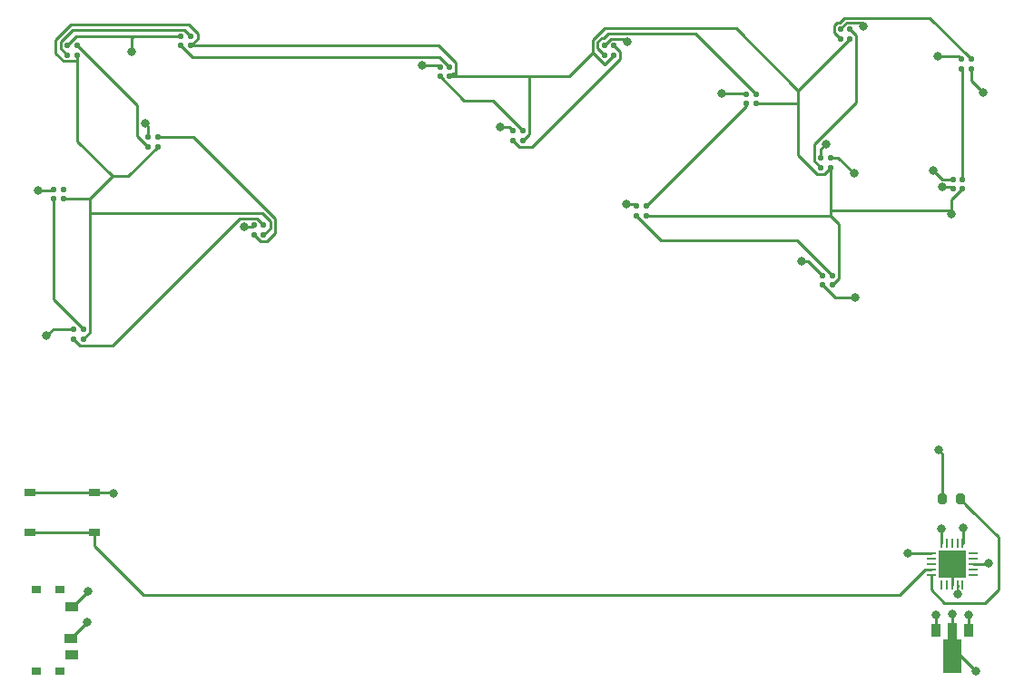
<source format=gtl>
%TF.GenerationSoftware,KiCad,Pcbnew,9.0.7-9.0.7~ubuntu24.04.1*%
%TF.CreationDate,2026-02-10T19:55:17+01:00*%
%TF.ProjectId,RamadanCard,52616d61-6461-46e4-9361-72642e6b6963,rev?*%
%TF.SameCoordinates,Original*%
%TF.FileFunction,Copper,L1,Top*%
%TF.FilePolarity,Positive*%
%FSLAX46Y46*%
G04 Gerber Fmt 4.6, Leading zero omitted, Abs format (unit mm)*
G04 Created by KiCad (PCBNEW 9.0.7-9.0.7~ubuntu24.04.1) date 2026-02-10 19:55:17*
%MOMM*%
%LPD*%
G01*
G04 APERTURE LIST*
G04 Aperture macros list*
%AMRoundRect*
0 Rectangle with rounded corners*
0 $1 Rounding radius*
0 $2 $3 $4 $5 $6 $7 $8 $9 X,Y pos of 4 corners*
0 Add a 4 corners polygon primitive as box body*
4,1,4,$2,$3,$4,$5,$6,$7,$8,$9,$2,$3,0*
0 Add four circle primitives for the rounded corners*
1,1,$1+$1,$2,$3*
1,1,$1+$1,$4,$5*
1,1,$1+$1,$6,$7*
1,1,$1+$1,$8,$9*
0 Add four rect primitives between the rounded corners*
20,1,$1+$1,$2,$3,$4,$5,0*
20,1,$1+$1,$4,$5,$6,$7,0*
20,1,$1+$1,$6,$7,$8,$9,0*
20,1,$1+$1,$8,$9,$2,$3,0*%
%AMFreePoly0*
4,1,9,3.862500,-0.866500,0.737500,-0.866500,0.737500,-0.450000,-0.737500,-0.450000,-0.737500,0.450000,0.737500,0.450000,0.737500,0.866500,3.862500,0.866500,3.862500,-0.866500,3.862500,-0.866500,$1*%
G04 Aperture macros list end*
%TA.AperFunction,SMDPad,CuDef*%
%ADD10RoundRect,0.125000X0.125000X-0.125000X0.125000X0.125000X-0.125000X0.125000X-0.125000X-0.125000X0*%
%TD*%
%TA.AperFunction,SMDPad,CuDef*%
%ADD11RoundRect,0.200000X0.200000X0.275000X-0.200000X0.275000X-0.200000X-0.275000X0.200000X-0.275000X0*%
%TD*%
%TA.AperFunction,SMDPad,CuDef*%
%ADD12R,0.900000X1.300000*%
%TD*%
%TA.AperFunction,SMDPad,CuDef*%
%ADD13FreePoly0,270.000000*%
%TD*%
%TA.AperFunction,SMDPad,CuDef*%
%ADD14R,1.200000X0.900000*%
%TD*%
%TA.AperFunction,SMDPad,CuDef*%
%ADD15R,0.900000X0.800000*%
%TD*%
%TA.AperFunction,SMDPad,CuDef*%
%ADD16RoundRect,0.062500X-0.350000X-0.062500X0.350000X-0.062500X0.350000X0.062500X-0.350000X0.062500X0*%
%TD*%
%TA.AperFunction,SMDPad,CuDef*%
%ADD17RoundRect,0.062500X-0.062500X-0.350000X0.062500X-0.350000X0.062500X0.350000X-0.062500X0.350000X0*%
%TD*%
%TA.AperFunction,ComponentPad*%
%ADD18C,0.500000*%
%TD*%
%TA.AperFunction,SMDPad,CuDef*%
%ADD19R,2.500000X2.500000*%
%TD*%
%TA.AperFunction,SMDPad,CuDef*%
%ADD20R,1.000000X0.750000*%
%TD*%
%TA.AperFunction,ViaPad*%
%ADD21C,0.800000*%
%TD*%
%TA.AperFunction,Conductor*%
%ADD22C,0.250000*%
%TD*%
G04 APERTURE END LIST*
D10*
%TO.P,D2,1,DIN*%
%TO.N,Net-(D1-DOUT)*%
X164404300Y-77710200D03*
%TO.P,D2,2,VDD*%
%TO.N,+6V*%
X165304300Y-77710200D03*
%TO.P,D2,3,DOUT*%
%TO.N,Net-(D2-DOUT)*%
X165304300Y-76810200D03*
%TO.P,D2,4,GND*%
%TO.N,GND*%
X164404300Y-76810200D03*
%TD*%
%TO.P,D7,1,DIN*%
%TO.N,Net-(D6-DOUT)*%
X144345500Y-80967300D03*
%TO.P,D7,2,VDD*%
%TO.N,+6V*%
X145245500Y-80967300D03*
%TO.P,D7,3,DOUT*%
%TO.N,Net-(D7-DOUT)*%
X145245500Y-80067300D03*
%TO.P,D7,4,GND*%
%TO.N,GND*%
X144345500Y-80067300D03*
%TD*%
%TO.P,D6,1,DIN*%
%TO.N,Net-(D5-DOUT)*%
X134100000Y-91400000D03*
%TO.P,D6,2,VDD*%
%TO.N,+6V*%
X135000000Y-91400000D03*
%TO.P,D6,3,DOUT*%
%TO.N,Net-(D6-DOUT)*%
X135000000Y-90500000D03*
%TO.P,D6,4,GND*%
%TO.N,GND*%
X134100000Y-90500000D03*
%TD*%
D11*
%TO.P,R1,1*%
%TO.N,Net-(U1-AREF{slash}PA0)*%
X164269700Y-117873200D03*
%TO.P,R1,2*%
%TO.N,Net-(D1-DIN)*%
X162619700Y-117873200D03*
%TD*%
D12*
%TO.P,U2,1,OUT*%
%TO.N,+6V*%
X165054200Y-130104500D03*
D13*
%TO.P,U2,2,GND*%
%TO.N,GND*%
X163554200Y-130192000D03*
D12*
%TO.P,U2,3,IN*%
%TO.N,Net-(U2-IN)*%
X162054200Y-130104500D03*
%TD*%
D14*
%TO.P,J1,1,NO*%
%TO.N,GND*%
X81374600Y-127889300D03*
%TO.P,J1,2,COM*%
%TO.N,Net-(J1-COM)*%
X81357202Y-130844138D03*
%TO.P,J1,3,NC*%
%TO.N,unconnected-(J1-NC-Pad3)*%
X81374600Y-132389300D03*
D15*
%TO.P,J1,MP1,MP1*%
%TO.N,unconnected-(J1-PadMP1)*%
X80324600Y-126339300D03*
%TO.P,J1,MP2,MP2*%
%TO.N,unconnected-(J1-PadMP2)*%
X80324600Y-133939300D03*
%TO.P,J1,MP3,MP3*%
%TO.N,unconnected-(J1-PadMP3)*%
X78124600Y-133939300D03*
%TO.P,J1,MP4,MP4*%
%TO.N,unconnected-(J1-PadMP4)*%
X78124600Y-126339300D03*
%TD*%
D10*
%TO.P,D11,1,DIN*%
%TO.N,Net-(D10-DOUT)*%
X91611500Y-75541000D03*
%TO.P,D11,2,VDD*%
%TO.N,+6V*%
X92511500Y-75541000D03*
%TO.P,D11,3,DOUT*%
%TO.N,Net-(D11-DOUT)*%
X92511500Y-74641000D03*
%TO.P,D11,4,GND*%
%TO.N,GND*%
X91611500Y-74641000D03*
%TD*%
%TO.P,D16,1,DIN*%
%TO.N,Net-(D15-DOUT)*%
X79710800Y-89835500D03*
%TO.P,D16,2,VDD*%
%TO.N,+6V*%
X80610800Y-89835500D03*
%TO.P,D16,3,DOUT*%
%TO.N,unconnected-(D16-DOUT-Pad3)*%
X80610800Y-88935500D03*
%TO.P,D16,4,GND*%
%TO.N,GND*%
X79710800Y-88935500D03*
%TD*%
%TO.P,D10,1,DIN*%
%TO.N,Net-(D10-DIN)*%
X115749900Y-78412400D03*
%TO.P,D10,2,VDD*%
%TO.N,+6V*%
X116649900Y-78412400D03*
%TO.P,D10,3,DOUT*%
%TO.N,Net-(D10-DOUT)*%
X116649900Y-77512400D03*
%TO.P,D10,4,GND*%
%TO.N,GND*%
X115749900Y-77512400D03*
%TD*%
%TO.P,D15,1,DIN*%
%TO.N,Net-(D14-DOUT)*%
X81600000Y-102900000D03*
%TO.P,D15,2,VDD*%
%TO.N,+6V*%
X82500000Y-102900000D03*
%TO.P,D15,3,DOUT*%
%TO.N,Net-(D15-DOUT)*%
X82500000Y-102000000D03*
%TO.P,D15,4,GND*%
%TO.N,GND*%
X81600000Y-102000000D03*
%TD*%
%TO.P,D8,1,DIN*%
%TO.N,Net-(D7-DOUT)*%
X131100000Y-76400000D03*
%TO.P,D8,2,VDD*%
%TO.N,+6V*%
X132000000Y-76400000D03*
%TO.P,D8,3,DOUT*%
%TO.N,Net-(D8-DOUT)*%
X132000000Y-75500000D03*
%TO.P,D8,4,GND*%
%TO.N,GND*%
X131100000Y-75500000D03*
%TD*%
D16*
%TO.P,U1,1,PA4*%
%TO.N,Net-(U1-PA4)*%
X161572900Y-122922700D03*
%TO.P,U1,2,PA3*%
%TO.N,unconnected-(U1-PA3-Pad2)*%
X161572900Y-123422700D03*
%TO.P,U1,3,PA2*%
%TO.N,unconnected-(U1-PA2-Pad3)*%
X161572900Y-123922700D03*
%TO.P,U1,4,PA1*%
%TO.N,Net-(S1-NO_1)*%
X161572900Y-124422700D03*
%TO.P,U1,5,AREF/PA0*%
%TO.N,Net-(U1-AREF{slash}PA0)*%
X161572900Y-124922700D03*
D17*
%TO.P,U1,6,NC*%
%TO.N,unconnected-(U1-NC-Pad6)*%
X162510400Y-125860200D03*
%TO.P,U1,7,NC*%
%TO.N,unconnected-(U1-NC-Pad7)*%
X163010400Y-125860200D03*
%TO.P,U1,8,GND*%
%TO.N,GND*%
X163510400Y-125860200D03*
%TO.P,U1,9,VCC*%
%TO.N,+6V*%
X164010400Y-125860200D03*
%TO.P,U1,10,NC*%
%TO.N,unconnected-(U1-NC-Pad10)*%
X164510400Y-125860200D03*
D16*
%TO.P,U1,11,XTAL1/PB0*%
%TO.N,unconnected-(U1-XTAL1{slash}PB0-Pad11)*%
X165447900Y-124922700D03*
%TO.P,U1,12,XTAL2/PB1*%
%TO.N,unconnected-(U1-XTAL2{slash}PB1-Pad12)*%
X165447900Y-124422700D03*
%TO.P,U1,13,~{RESET}/PB3*%
%TO.N,Net-(U1-~{RESET}{slash}PB3)*%
X165447900Y-123922700D03*
%TO.P,U1,14,PB2*%
%TO.N,unconnected-(U1-PB2-Pad14)*%
X165447900Y-123422700D03*
%TO.P,U1,15,PA7*%
%TO.N,unconnected-(U1-PA7-Pad15)*%
X165447900Y-122922700D03*
D17*
%TO.P,U1,16,PA6*%
%TO.N,Net-(U1-PA6)*%
X164510400Y-121985200D03*
%TO.P,U1,17,NC*%
%TO.N,unconnected-(U1-NC-Pad17)*%
X164010400Y-121985200D03*
%TO.P,U1,18,NC*%
%TO.N,unconnected-(U1-NC-Pad18)*%
X163510400Y-121985200D03*
%TO.P,U1,19,NC*%
%TO.N,unconnected-(U1-NC-Pad19)*%
X163010400Y-121985200D03*
%TO.P,U1,20,PA5*%
%TO.N,Net-(U1-PA5)*%
X162510400Y-121985200D03*
D18*
%TO.P,U1,21,GND*%
%TO.N,GND*%
X162510400Y-122922700D03*
X162510400Y-124922700D03*
D19*
X163510400Y-123922700D03*
D18*
X164510400Y-122922700D03*
X164510400Y-124922700D03*
%TD*%
D10*
%TO.P,D4,1,DIN*%
%TO.N,Net-(D3-DOUT)*%
X151305000Y-86926000D03*
%TO.P,D4,2,VDD*%
%TO.N,+6V*%
X152205000Y-86926000D03*
%TO.P,D4,3,DOUT*%
%TO.N,Net-(D4-DOUT)*%
X152205000Y-86026000D03*
%TO.P,D4,4,GND*%
%TO.N,GND*%
X151305000Y-86026000D03*
%TD*%
%TO.P,D12,1,DIN*%
%TO.N,Net-(D11-DOUT)*%
X81000000Y-76400000D03*
%TO.P,D12,2,VDD*%
%TO.N,+6V*%
X81900000Y-76400000D03*
%TO.P,D12,3,DOUT*%
%TO.N,Net-(D12-DOUT)*%
X81900000Y-75500000D03*
%TO.P,D12,4,GND*%
%TO.N,GND*%
X81000000Y-75500000D03*
%TD*%
%TO.P,D3,1,DIN*%
%TO.N,Net-(D2-DOUT)*%
X153100000Y-74900000D03*
%TO.P,D3,2,VDD*%
%TO.N,+6V*%
X154000000Y-74900000D03*
%TO.P,D3,3,DOUT*%
%TO.N,Net-(D3-DOUT)*%
X154000000Y-74000000D03*
%TO.P,D3,4,GND*%
%TO.N,GND*%
X153100000Y-74000000D03*
%TD*%
%TO.P,D9,1,DIN*%
%TO.N,Net-(D8-DOUT)*%
X122600000Y-84400000D03*
%TO.P,D9,2,VDD*%
%TO.N,+6V*%
X123500000Y-84400000D03*
%TO.P,D9,3,DOUT*%
%TO.N,Net-(D10-DIN)*%
X123500000Y-83500000D03*
%TO.P,D9,4,GND*%
%TO.N,GND*%
X122600000Y-83500000D03*
%TD*%
%TO.P,D5,1,DIN*%
%TO.N,Net-(D4-DOUT)*%
X151428400Y-97882700D03*
%TO.P,D5,2,VDD*%
%TO.N,+6V*%
X152328400Y-97882700D03*
%TO.P,D5,3,DOUT*%
%TO.N,Net-(D5-DOUT)*%
X152328400Y-96982700D03*
%TO.P,D5,4,GND*%
%TO.N,GND*%
X151428400Y-96982700D03*
%TD*%
D20*
%TO.P,S1,A1,COM_1*%
%TO.N,GND*%
X77499400Y-117249300D03*
%TO.P,S1,B1,COM_2*%
X83499400Y-117249300D03*
%TO.P,S1,C1,NO_1*%
%TO.N,Net-(S1-NO_1)*%
X77499400Y-120999300D03*
%TO.P,S1,D1,NO_2*%
X83499400Y-120999300D03*
%TD*%
D10*
%TO.P,D1,1,DIN*%
%TO.N,Net-(D1-DIN)*%
X163600000Y-88900000D03*
%TO.P,D1,2,VDD*%
%TO.N,+6V*%
X164500000Y-88900000D03*
%TO.P,D1,3,DOUT*%
%TO.N,Net-(D1-DOUT)*%
X164500000Y-88000000D03*
%TO.P,D1,4,GND*%
%TO.N,GND*%
X163600000Y-88000000D03*
%TD*%
%TO.P,D14,1,DIN*%
%TO.N,Net-(D13-DOUT)*%
X98420600Y-93179000D03*
%TO.P,D14,2,VDD*%
%TO.N,+6V*%
X99320600Y-93179000D03*
%TO.P,D14,3,DOUT*%
%TO.N,Net-(D14-DOUT)*%
X99320600Y-92279000D03*
%TO.P,D14,4,GND*%
%TO.N,GND*%
X98420600Y-92279000D03*
%TD*%
%TO.P,D13,1,DIN*%
%TO.N,Net-(D12-DOUT)*%
X88541100Y-84992600D03*
%TO.P,D13,2,VDD*%
%TO.N,+6V*%
X89441100Y-84992600D03*
%TO.P,D13,3,DOUT*%
%TO.N,Net-(D13-DOUT)*%
X89441100Y-84092600D03*
%TO.P,D13,4,GND*%
%TO.N,GND*%
X88541100Y-84092600D03*
%TD*%
D21*
%TO.N,Net-(D4-DOUT)*%
X154487000Y-99087600D03*
X154362000Y-87490100D03*
%TO.N,Net-(U1-PA5)*%
X162536000Y-120611000D03*
%TO.N,Net-(J1-COM)*%
X82883300Y-129357000D03*
%TO.N,Net-(U2-IN)*%
X162017000Y-128664000D03*
%TO.N,Net-(D1-DIN)*%
X162249000Y-113300000D03*
X162604000Y-88754400D03*
%TO.N,Net-(U1-PA6)*%
X164582000Y-120536000D03*
%TO.N,Net-(U1-~{RESET}{slash}PB3)*%
X166907000Y-123864000D03*
%TO.N,Net-(U1-PA4)*%
X159384000Y-122891000D03*
%TO.N,+6V*%
X163459000Y-91277500D03*
X165069000Y-128703000D03*
X164013000Y-126753000D03*
X166387000Y-79915300D03*
%TO.N,GND*%
X165777000Y-133930000D03*
X82907000Y-126515000D03*
X163536000Y-128638000D03*
X85318700Y-117297000D03*
X161789000Y-87222300D03*
X162191000Y-76524900D03*
X97517100Y-92473100D03*
X78261500Y-89071200D03*
X79042800Y-102640000D03*
X142055000Y-79976700D03*
X133178000Y-90329400D03*
X151741000Y-84720200D03*
X133251000Y-75161400D03*
X121398000Y-83131700D03*
X88292900Y-82825500D03*
X149487000Y-95656600D03*
X114102000Y-77358200D03*
X155260000Y-73703700D03*
X86963400Y-76127900D03*
%TD*%
D22*
%TO.N,Net-(D15-DOUT)*%
X79710800Y-99210800D02*
X82500000Y-102000000D01*
X79710800Y-89835500D02*
X79710800Y-99210800D01*
%TO.N,Net-(D14-DOUT)*%
X99141800Y-92100200D02*
X99320600Y-92279000D01*
X99131200Y-92100200D02*
X99141800Y-92100200D01*
X99131200Y-92100100D02*
X99131200Y-92100200D01*
X98681100Y-91650000D02*
X99131200Y-92100100D01*
X97086400Y-91650000D02*
X98681100Y-91650000D01*
X85230700Y-103506000D02*
X97086400Y-91650000D01*
X82205700Y-103506000D02*
X85230700Y-103506000D01*
X81600000Y-102900000D02*
X82205700Y-103506000D01*
%TO.N,Net-(D13-DOUT)*%
X99005000Y-93763400D02*
X98420600Y-93179000D01*
X99636500Y-93763400D02*
X99005000Y-93763400D01*
X100396000Y-93003900D02*
X99636500Y-93763400D01*
X100396000Y-91700700D02*
X100396000Y-93003900D01*
X92787900Y-84092600D02*
X100396000Y-91700700D01*
X89441100Y-84092600D02*
X92787900Y-84092600D01*
%TO.N,Net-(D12-DOUT)*%
X87517300Y-83968800D02*
X88541100Y-84992600D01*
X87517300Y-81117300D02*
X87517300Y-83968800D01*
X81900000Y-75500000D02*
X87517300Y-81117300D01*
%TO.N,Net-(D11-DOUT)*%
X91911800Y-74041300D02*
X92511500Y-74641000D01*
X81531800Y-74041300D02*
X91911800Y-74041300D01*
X80395000Y-75178100D02*
X81531800Y-74041300D01*
X80395000Y-75795000D02*
X80395000Y-75178100D01*
X81000000Y-76400000D02*
X80395000Y-75795000D01*
%TO.N,Net-(D10-DOUT)*%
X115707000Y-76569900D02*
X116649900Y-77512400D01*
X92640400Y-76569900D02*
X115707000Y-76569900D01*
X91611500Y-75541000D02*
X92640400Y-76569900D01*
X116649900Y-77512400D02*
X116650000Y-77512400D01*
%TO.N,Net-(D10-DIN)*%
X118030000Y-80692100D02*
X115750000Y-78412400D01*
X120692000Y-80692100D02*
X118030000Y-80692100D01*
X123500000Y-83500000D02*
X120692000Y-80692100D01*
X115749900Y-78412400D02*
X115750000Y-78412400D01*
%TO.N,Net-(D8-DOUT)*%
X123194000Y-84994300D02*
X122600000Y-84400000D01*
X124359000Y-84994300D02*
X123194000Y-84994300D01*
X132591000Y-76762700D02*
X124359000Y-84994300D01*
X132591000Y-76090700D02*
X132591000Y-76762700D01*
X132000000Y-75500000D02*
X132591000Y-76090700D01*
%TO.N,Net-(D7-DOUT)*%
X130475000Y-75774600D02*
X131100000Y-76400000D01*
X130475000Y-75209800D02*
X130475000Y-75774600D01*
X130828000Y-74856900D02*
X130475000Y-75209800D01*
X131010000Y-74856900D02*
X130828000Y-74856900D01*
X131198000Y-74669800D02*
X131010000Y-74856900D01*
X131198000Y-74669800D02*
X131010000Y-74856900D01*
X139583000Y-74405200D02*
X145246000Y-80067100D01*
X131462000Y-74405200D02*
X139583000Y-74405200D01*
X131198000Y-74669800D02*
X131462000Y-74405200D01*
X145245600Y-80067200D02*
X145245500Y-80067300D01*
X145246000Y-80067200D02*
X145245600Y-80067200D01*
X145246000Y-80067100D02*
X145246000Y-80067200D01*
X145246000Y-80067200D02*
X145246000Y-80067100D01*
%TO.N,Net-(D6-DOUT)*%
X144345500Y-81060400D02*
X144345500Y-80967300D01*
X144346000Y-81060900D02*
X144345500Y-81060400D01*
X144346000Y-81154500D02*
X144346000Y-81060900D01*
X135000000Y-90500000D02*
X144346000Y-81154500D01*
X144346000Y-81060900D02*
X144346000Y-80967300D01*
%TO.N,Net-(D5-DOUT)*%
X136378000Y-93678200D02*
X134100000Y-91400000D01*
X149024000Y-93678200D02*
X136378000Y-93678200D01*
X152054000Y-96708100D02*
X149024000Y-93678200D01*
X152191100Y-96845400D02*
X152328400Y-96982700D01*
X152191000Y-96845400D02*
X152191100Y-96845400D01*
X152191000Y-96845400D02*
X152054000Y-96708100D01*
X152191000Y-96845400D02*
X152054000Y-96708100D01*
%TO.N,Net-(D4-DOUT)*%
X152898000Y-86026000D02*
X152205000Y-86026000D01*
X154362000Y-87490100D02*
X152898000Y-86026000D01*
X151428400Y-97882700D02*
X151428200Y-97882900D01*
X152633000Y-99087600D02*
X151703000Y-98157600D01*
X154487000Y-99087600D02*
X152633000Y-99087600D01*
X151428000Y-97882700D02*
X151428200Y-97882900D01*
X151703000Y-98157300D02*
X151428000Y-97882700D01*
X151703000Y-98157600D02*
X151703000Y-98157300D01*
X151428200Y-97882900D02*
X151703000Y-98157600D01*
%TO.N,Net-(D3-DOUT)*%
X150670000Y-86291500D02*
X151305000Y-86926000D01*
X150670000Y-84763100D02*
X150670000Y-86291500D01*
X154577000Y-80856400D02*
X150670000Y-84763100D01*
X154577000Y-74577200D02*
X154577000Y-80856400D01*
X154000000Y-74000000D02*
X154577000Y-74577200D01*
%TO.N,Net-(D2-DOUT)*%
X153198000Y-73220300D02*
X153010000Y-73407400D01*
X153198000Y-73220300D02*
X153010000Y-73407400D01*
X152505000Y-74304900D02*
X153100000Y-74900000D01*
X152505000Y-73686900D02*
X152505000Y-74304900D01*
X152784000Y-73407400D02*
X152505000Y-73686900D01*
X153010000Y-73407400D02*
X152784000Y-73407400D01*
X165304000Y-76810200D02*
X165029400Y-76535600D01*
X165029700Y-76535600D02*
X165304300Y-76810200D01*
X165029400Y-76535600D02*
X165029700Y-76535600D01*
X153462000Y-72955700D02*
X153198000Y-73220300D01*
X161450000Y-72955700D02*
X153462000Y-72955700D01*
X165029400Y-76535600D02*
X161450000Y-72955700D01*
%TO.N,Net-(D1-DOUT)*%
X164404000Y-77710200D02*
X164404000Y-77710300D01*
X164500000Y-77805900D02*
X164404000Y-77710300D01*
X164500000Y-88000000D02*
X164500000Y-77805900D01*
X164404000Y-77710300D02*
X164404000Y-77710200D01*
X164404300Y-77710200D02*
X164404000Y-77710200D01*
%TO.N,Net-(U1-PA5)*%
X162510000Y-121816000D02*
X162510000Y-121985000D01*
X162510000Y-121816000D02*
X162510000Y-121985000D01*
X162510000Y-121648000D02*
X162510000Y-121816000D01*
X162510000Y-121732000D02*
X162510000Y-121247000D01*
X162510000Y-121310000D02*
X162510000Y-121247000D01*
X162510000Y-120636000D02*
X162536000Y-120611000D01*
X162510000Y-121247000D02*
X162510000Y-120636000D01*
X162510200Y-121985200D02*
X162510000Y-121985000D01*
X162510400Y-121985200D02*
X162510200Y-121985200D01*
%TO.N,Net-(S1-NO_1)*%
X77499400Y-120999300D02*
X77499400Y-120999000D01*
X83499400Y-120999000D02*
X83499400Y-120999300D01*
X77499400Y-120999000D02*
X83499400Y-120999000D01*
X161012000Y-124423000D02*
X161292000Y-124423000D01*
X158597000Y-126838000D02*
X161012000Y-124423000D01*
X88096200Y-126838000D02*
X158597000Y-126838000D01*
X83499400Y-122241000D02*
X88096200Y-126838000D01*
X83499400Y-120999300D02*
X83499400Y-122241000D01*
X161572600Y-124423000D02*
X161572900Y-124422700D01*
X161292000Y-124423000D02*
X161572600Y-124423000D01*
%TO.N,Net-(U1-AREF{slash}PA0)*%
X161573000Y-125630000D02*
X161573000Y-124923000D01*
X161573000Y-125630000D02*
X161573000Y-124923000D01*
X164810000Y-118413500D02*
X164269700Y-117873200D01*
X164810500Y-118413500D02*
X164810000Y-118413500D01*
X164270000Y-117873000D02*
X164810500Y-118413500D01*
X161573000Y-126337000D02*
X161573000Y-125630000D01*
X162811000Y-127575000D02*
X161573000Y-126337000D01*
X166600000Y-127575000D02*
X162811000Y-127575000D01*
X167827000Y-126347000D02*
X166600000Y-127575000D01*
X167827000Y-121431000D02*
X167827000Y-126347000D01*
X165351000Y-118954000D02*
X167827000Y-121431000D01*
X164810500Y-118413500D02*
X165351000Y-118954000D01*
X161573000Y-124922800D02*
X161573000Y-124923000D01*
X161572900Y-124922700D02*
X161573000Y-124922800D01*
%TO.N,Net-(J1-COM)*%
X82851400Y-129389000D02*
X82883300Y-129357000D01*
X82844000Y-129357000D02*
X81357200Y-130844000D01*
X82883300Y-129357000D02*
X82844000Y-129357000D01*
X81357200Y-130844000D02*
X81357200Y-130844100D01*
%TO.N,Net-(U2-IN)*%
X162054200Y-129402700D02*
X162054200Y-130104500D01*
X162054000Y-129402500D02*
X162054200Y-129402700D01*
X162054000Y-130104000D02*
X162054000Y-129402500D01*
X162054000Y-128701000D02*
X162017000Y-128664000D01*
X162054000Y-129402500D02*
X162054000Y-128701000D01*
%TO.N,Net-(D1-DIN)*%
X163454000Y-88754400D02*
X163600000Y-88900000D01*
X162604000Y-88754400D02*
X163454000Y-88754400D01*
X162619700Y-116822800D02*
X162619700Y-117873200D01*
X162620000Y-116822500D02*
X162619700Y-116822800D01*
X162620000Y-117873000D02*
X162620000Y-116822500D01*
X162620000Y-113670000D02*
X162249000Y-113300000D01*
X162620000Y-116822500D02*
X162620000Y-113670000D01*
%TO.N,Net-(U1-PA6)*%
X164536600Y-121959000D02*
X164510400Y-121985200D01*
X164537000Y-121959000D02*
X164536600Y-121959000D01*
X164546000Y-121950000D02*
X164537000Y-121959000D01*
X164546000Y-121949000D02*
X164546000Y-121950000D01*
X164582000Y-121913000D02*
X164546000Y-121949000D01*
X164582000Y-120536000D02*
X164582000Y-121913000D01*
X164537000Y-121959000D02*
X164528000Y-121968000D01*
%TO.N,Net-(U1-~{RESET}{slash}PB3)*%
X166849000Y-123923000D02*
X166148000Y-123923000D01*
X166907000Y-123864000D02*
X166849000Y-123923000D01*
X165448200Y-123923000D02*
X165447900Y-123922700D01*
X165798000Y-123923000D02*
X165448200Y-123923000D01*
X166148000Y-123923000D02*
X165798000Y-123923000D01*
X166148000Y-123923000D02*
X165798000Y-123923000D01*
%TO.N,Net-(U1-PA4)*%
X161542000Y-122891000D02*
X161558000Y-122907000D01*
X159384000Y-122891000D02*
X161542000Y-122891000D01*
X161558000Y-122907000D02*
X161573000Y-122922000D01*
X161573000Y-122923000D02*
X161558000Y-122907000D01*
X161572900Y-122922600D02*
X161572900Y-122922700D01*
X161573000Y-122922500D02*
X161572900Y-122922600D01*
X161573000Y-122922000D02*
X161573000Y-122922500D01*
X161573000Y-122922500D02*
X161573000Y-122923000D01*
X161573000Y-122922000D02*
X161573000Y-122922500D01*
X161573000Y-122922500D02*
X161573000Y-122923000D01*
X161573000Y-122922000D02*
X161573000Y-122922500D01*
X161573000Y-122922500D02*
X161573000Y-122923000D01*
%TO.N,+6V*%
X164010000Y-126750000D02*
X164013000Y-126753000D01*
X164010000Y-126305000D02*
X164010000Y-126750000D01*
X165054000Y-128717000D02*
X165069000Y-128703000D01*
X165054000Y-129410000D02*
X165054000Y-128717000D01*
X83110000Y-89835500D02*
X80610800Y-89835500D01*
X83110000Y-102290000D02*
X83110000Y-91198300D01*
X82500000Y-102900000D02*
X83110000Y-102290000D01*
X124091000Y-83809300D02*
X124091000Y-78412400D01*
X123500000Y-84400000D02*
X124091000Y-83809300D01*
X99205300Y-91198300D02*
X83110000Y-91198300D01*
X99916200Y-91909200D02*
X99205300Y-91198300D01*
X99916200Y-92583400D02*
X99916200Y-91909200D01*
X99320600Y-93179000D02*
X99916200Y-92583400D01*
X83110000Y-91198300D02*
X83110000Y-89835500D01*
X85201200Y-87744300D02*
X83110000Y-89835500D01*
X86689400Y-87744300D02*
X85201200Y-87744300D01*
X89441100Y-84992600D02*
X86689400Y-87744300D01*
X149189000Y-80967300D02*
X145246000Y-80967300D01*
X151628000Y-87503200D02*
X152205000Y-86926000D01*
X150918000Y-87503200D02*
X151628000Y-87503200D01*
X149189000Y-85774700D02*
X150918000Y-87503200D01*
X149189000Y-80967300D02*
X149189000Y-85774700D01*
X135000000Y-91400000D02*
X152205000Y-91400000D01*
X81900000Y-84443100D02*
X81900000Y-76983100D01*
X85201200Y-87744300D02*
X81900000Y-84443100D01*
X93159400Y-74893100D02*
X92511500Y-75541000D01*
X93159400Y-74398000D02*
X93159400Y-74893100D01*
X92346500Y-73585100D02*
X93159400Y-74398000D01*
X81315300Y-73585100D02*
X92346500Y-73585100D01*
X79926700Y-74973700D02*
X81315300Y-73585100D01*
X79926700Y-76243200D02*
X79926700Y-74973700D01*
X80666600Y-76983100D02*
X79926700Y-76243200D01*
X81900000Y-76983100D02*
X80666600Y-76983100D01*
X81900000Y-76983100D02*
X81900000Y-76400000D01*
X163459000Y-89941100D02*
X163459000Y-90909200D01*
X164500000Y-88900000D02*
X163459000Y-89941100D01*
X152205000Y-91400000D02*
X152205000Y-86926000D01*
X163459000Y-90909200D02*
X152205000Y-90909200D01*
X127770000Y-78412400D02*
X129979000Y-76202700D01*
X124091000Y-78412400D02*
X127770000Y-78412400D01*
X131088000Y-77311600D02*
X129979000Y-76202700D01*
X132000000Y-76400000D02*
X131088000Y-77311600D01*
X143403000Y-73925000D02*
X149189000Y-79710900D01*
X131080000Y-73925000D02*
X143403000Y-73925000D01*
X129979000Y-75025300D02*
X131080000Y-73925000D01*
X129979000Y-76202700D02*
X129979000Y-75025300D01*
X165304000Y-78832300D02*
X165304000Y-77710200D01*
X166387000Y-79915300D02*
X165304000Y-78832300D01*
X151713000Y-77186800D02*
X149189000Y-79710900D01*
X154000000Y-74900000D02*
X151713000Y-77186800D01*
X149189000Y-79710900D02*
X149189000Y-80967300D01*
X163459000Y-90909200D02*
X163459000Y-91277500D01*
X117244000Y-78412400D02*
X117244000Y-78137600D01*
X115629000Y-75541000D02*
X92511500Y-75541000D01*
X117244000Y-77156100D02*
X115629000Y-75541000D01*
X117244000Y-78137600D02*
X117244000Y-77156100D01*
X152328000Y-97882700D02*
X152328000Y-97882500D01*
X152328000Y-97882700D02*
X152328000Y-97882500D01*
X152960000Y-92155200D02*
X152205000Y-91400000D01*
X152960000Y-97250900D02*
X152960000Y-92155200D01*
X152328000Y-97882500D02*
X152960000Y-97250900D01*
X165304300Y-77710200D02*
X165304000Y-77710200D01*
X165054200Y-129930700D02*
X165054200Y-130104500D01*
X165054000Y-129930500D02*
X165054200Y-129930700D01*
X165054000Y-129757000D02*
X165054000Y-129930500D01*
X165054000Y-129930500D02*
X165054000Y-130074000D01*
X116787300Y-78275000D02*
X116649900Y-78412400D01*
X116787500Y-78275000D02*
X116787300Y-78275000D01*
X116925000Y-78137600D02*
X116787500Y-78275000D01*
X117244000Y-78137600D02*
X116925000Y-78137600D01*
X145245500Y-80967300D02*
X145246000Y-80967300D01*
X152328400Y-97882700D02*
X152328000Y-97882700D01*
X164010000Y-125860600D02*
X164010400Y-125860200D01*
X164010000Y-125971000D02*
X164010000Y-125860600D01*
X164010000Y-126082000D02*
X164010000Y-125971000D01*
X116650000Y-78412400D02*
X117244000Y-78412400D01*
X116787500Y-78275000D02*
X116650000Y-78412400D01*
X117244000Y-78412400D02*
X124091000Y-78412400D01*
%TO.N,GND*%
X163554000Y-128655000D02*
X163536000Y-128638000D01*
X163554000Y-129424000D02*
X163554000Y-128655000D01*
X162567000Y-88000000D02*
X163600000Y-88000000D01*
X161789000Y-87222300D02*
X162567000Y-88000000D01*
X98226500Y-92473100D02*
X98420600Y-92279000D01*
X97517100Y-92473100D02*
X98226500Y-92473100D01*
X79575100Y-89071200D02*
X79710800Y-88935500D01*
X78261500Y-89071200D02*
X79575100Y-89071200D01*
X162510000Y-124923000D02*
X163357000Y-124923000D01*
X79682500Y-102000000D02*
X81600000Y-102000000D01*
X79042800Y-102640000D02*
X79682500Y-102000000D01*
X133929000Y-90329400D02*
X134100000Y-90500000D01*
X133178000Y-90329400D02*
X133929000Y-90329400D01*
X151305000Y-85156200D02*
X151305000Y-86026000D01*
X151741000Y-84720200D02*
X151305000Y-85156200D01*
X122232000Y-83131700D02*
X122600000Y-83500000D01*
X121398000Y-83131700D02*
X122232000Y-83131700D01*
X88541100Y-83073700D02*
X88541100Y-84092600D01*
X88292900Y-82825500D02*
X88541100Y-83073700D01*
X131293000Y-75307100D02*
X131100000Y-75500000D01*
X131304000Y-75307100D02*
X131293000Y-75307100D01*
X131304000Y-75307000D02*
X131304000Y-75307100D01*
X131697000Y-74913200D02*
X131304000Y-75307000D01*
X133003000Y-74913200D02*
X131697000Y-74913200D01*
X133251000Y-75161400D02*
X133003000Y-74913200D01*
X153242000Y-73857600D02*
X153100000Y-74000000D01*
X153253000Y-73857600D02*
X153242000Y-73857600D01*
X153253000Y-73857500D02*
X153253000Y-73857600D01*
X153703000Y-73407400D02*
X153253000Y-73857500D01*
X154963000Y-73407400D02*
X153703000Y-73407400D01*
X155260000Y-73703700D02*
X154963000Y-73407400D01*
X163510000Y-124407000D02*
X163510000Y-124650000D01*
X163479000Y-124923000D02*
X163357000Y-124923000D01*
X163510000Y-124892000D02*
X163479000Y-124923000D01*
X163510000Y-124650000D02*
X163510000Y-124892000D01*
X163554000Y-130000000D02*
X163554000Y-130192000D01*
X163554000Y-129808000D02*
X163554000Y-130000000D01*
X77912800Y-117249000D02*
X77499700Y-117249000D01*
X77499700Y-117249000D02*
X82672400Y-117249000D01*
X86963400Y-74853500D02*
X87175900Y-74641000D01*
X86963400Y-76127900D02*
X86963400Y-74853500D01*
X81859000Y-74641000D02*
X87175900Y-74641000D01*
X81000000Y-75500000D02*
X81859000Y-74641000D01*
X87175900Y-74641000D02*
X91611500Y-74641000D01*
X81533100Y-127889000D02*
X81374800Y-127889000D01*
X82907000Y-126515000D02*
X81533100Y-127889000D01*
X163510000Y-125076000D02*
X163510000Y-125468000D01*
X163357000Y-124923000D02*
X163510000Y-125076000D01*
X144255000Y-79976700D02*
X144300000Y-80022000D01*
X142055000Y-79976700D02*
X144255000Y-79976700D01*
X164119000Y-76524900D02*
X164404000Y-76810200D01*
X162191000Y-76524900D02*
X164119000Y-76524900D01*
X83499100Y-117249000D02*
X83499400Y-117249300D01*
X83085900Y-117249000D02*
X83499100Y-117249000D01*
X82672400Y-117249000D02*
X83085900Y-117249000D01*
X83085900Y-117249000D02*
X82672400Y-117249000D01*
X163510400Y-125664400D02*
X163510400Y-125860200D01*
X163510000Y-125664000D02*
X163510400Y-125664400D01*
X163510000Y-125468000D02*
X163510000Y-125664000D01*
X163510000Y-125468000D02*
X163510000Y-125664000D01*
X77499700Y-117249000D02*
X77499400Y-117249300D01*
X163510400Y-124285600D02*
X163510400Y-123922700D01*
X163510000Y-124286000D02*
X163510400Y-124285600D01*
X163510000Y-124650000D02*
X163510000Y-124286000D01*
X163510000Y-124286000D02*
X163510000Y-123923000D01*
X85270600Y-117249000D02*
X85318700Y-117297000D01*
X84326400Y-117249000D02*
X85270600Y-117249000D01*
X84326400Y-117249000D02*
X84326100Y-117249300D01*
X83499400Y-117249300D02*
X84326100Y-117249300D01*
X144345700Y-80067100D02*
X144345500Y-80067300D01*
X144346000Y-80067100D02*
X144345700Y-80067100D01*
X144346000Y-80067000D02*
X144346000Y-80067100D01*
X144300000Y-80022000D02*
X144346000Y-80067000D01*
X144346000Y-80067300D02*
X144300000Y-80022000D01*
X144346000Y-80067100D02*
X144346000Y-80067300D01*
X163554200Y-130853300D02*
X163554200Y-130192000D01*
X163554000Y-130853500D02*
X163554200Y-130853300D01*
X163554000Y-130000000D02*
X163554000Y-130853500D01*
X163554000Y-131707000D02*
X165777000Y-133930000D01*
X163554000Y-130853500D02*
X163554000Y-131707000D01*
X81374600Y-127889100D02*
X81374600Y-127889300D01*
X81374700Y-127889000D02*
X81374600Y-127889100D01*
X81374800Y-127889000D02*
X81374700Y-127889000D01*
X81374800Y-127889000D02*
X81374700Y-127889000D01*
X150102000Y-95656600D02*
X151428000Y-96982700D01*
X149487000Y-95656600D02*
X150102000Y-95656600D01*
X115750000Y-77512200D02*
X115673000Y-77435300D01*
X115750000Y-77512400D02*
X115750000Y-77512200D01*
X115596000Y-77358200D02*
X115750000Y-77512400D01*
X114102000Y-77358200D02*
X115596000Y-77358200D01*
%TD*%
M02*

</source>
